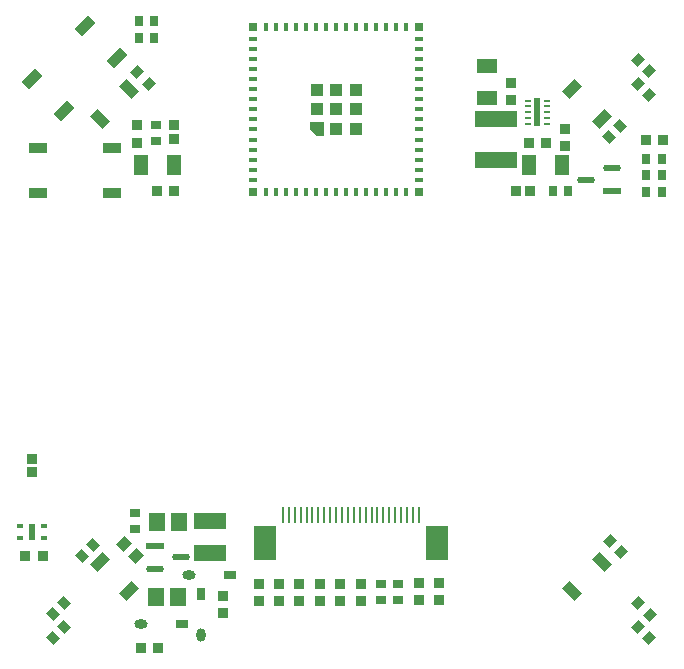
<source format=gtp>
G04*
G04 #@! TF.GenerationSoftware,Altium Limited,Altium Designer,22.2.1 (43)*
G04*
G04 Layer_Color=8421504*
%FSLAX44Y44*%
%MOMM*%
G71*
G04*
G04 #@! TF.SameCoordinates,94726236-D1AE-4565-9949-D72E77048C11*
G04*
G04*
G04 #@! TF.FilePolarity,Positive*
G04*
G01*
G75*
%ADD15R,0.5500X0.3500*%
%ADD16R,0.5500X0.3500*%
%ADD17R,0.5000X1.4000*%
%ADD18R,0.9487X0.9487*%
%ADD19R,1.1082X0.7821*%
G04:AMPARAMS|DCode=20|XSize=1.1082mm|YSize=0.7821mm|CornerRadius=0.3911mm|HoleSize=0mm|Usage=FLASHONLY|Rotation=180.000|XOffset=0mm|YOffset=0mm|HoleType=Round|Shape=RoundedRectangle|*
%AMROUNDEDRECTD20*
21,1,1.1082,0.0000,0,0,180.0*
21,1,0.3261,0.7821,0,0,180.0*
1,1,0.7821,-0.1631,0.0000*
1,1,0.7821,0.1631,0.0000*
1,1,0.7821,0.1631,0.0000*
1,1,0.7821,-0.1631,0.0000*
%
%ADD20ROUNDEDRECTD20*%
%ADD21R,0.9581X0.9121*%
%ADD22R,0.9054X0.7554*%
%ADD23R,1.4546X1.5562*%
%ADD24R,0.9487X0.9487*%
G04:AMPARAMS|DCode=25|XSize=0.9385mm|YSize=1.4385mm|CornerRadius=0mm|HoleSize=0mm|Usage=FLASHONLY|Rotation=45.000|XOffset=0mm|YOffset=0mm|HoleType=Round|Shape=Rectangle|*
%AMROTATEDRECTD25*
4,1,4,0.1768,-0.8404,-0.8404,0.1768,-0.1768,0.8404,0.8404,-0.1768,0.1768,-0.8404,0.0*
%
%ADD25ROTATEDRECTD25*%

G04:AMPARAMS|DCode=26|XSize=0.9385mm|YSize=1.4385mm|CornerRadius=0mm|HoleSize=0mm|Usage=FLASHONLY|Rotation=135.000|XOffset=0mm|YOffset=0mm|HoleType=Round|Shape=Rectangle|*
%AMROTATEDRECTD26*
4,1,4,0.8404,0.1768,-0.1768,-0.8404,-0.8404,-0.1768,0.1768,0.8404,0.8404,0.1768,0.0*
%
%ADD26ROTATEDRECTD26*%

%ADD27R,0.9121X0.9581*%
%ADD28R,1.3055X1.7582*%
%ADD29R,1.6355X0.9355*%
G04:AMPARAMS|DCode=30|XSize=0.9054mm|YSize=0.7554mm|CornerRadius=0mm|HoleSize=0mm|Usage=FLASHONLY|Rotation=225.000|XOffset=0mm|YOffset=0mm|HoleType=Round|Shape=Rectangle|*
%AMROTATEDRECTD30*
4,1,4,0.0530,0.5872,0.5872,0.0530,-0.0530,-0.5872,-0.5872,-0.0530,0.0530,0.5872,0.0*
%
%ADD30ROTATEDRECTD30*%

%ADD31R,0.7554X0.9054*%
%ADD32R,0.7590X0.7590*%
%ADD33R,1.1384X1.1384*%
%ADD34R,0.7727X0.3727*%
%ADD35R,0.3727X0.7727*%
%ADD36R,1.5052X0.5721*%
G04:AMPARAMS|DCode=37|XSize=1.5052mm|YSize=0.5721mm|CornerRadius=0.2861mm|HoleSize=0mm|Usage=FLASHONLY|Rotation=180.000|XOffset=0mm|YOffset=0mm|HoleType=Round|Shape=RoundedRectangle|*
%AMROUNDEDRECTD37*
21,1,1.5052,0.0000,0,0,180.0*
21,1,0.9331,0.5721,0,0,180.0*
1,1,0.5721,-0.4666,0.0000*
1,1,0.5721,0.4666,0.0000*
1,1,0.5721,0.4666,0.0000*
1,1,0.5721,-0.4666,0.0000*
%
%ADD37ROUNDEDRECTD37*%
G04:AMPARAMS|DCode=38|XSize=0.9054mm|YSize=0.7554mm|CornerRadius=0mm|HoleSize=0mm|Usage=FLASHONLY|Rotation=315.000|XOffset=0mm|YOffset=0mm|HoleType=Round|Shape=Rectangle|*
%AMROTATEDRECTD38*
4,1,4,-0.5872,0.0530,-0.0530,0.5872,0.5872,-0.0530,0.0530,-0.5872,-0.5872,0.0530,0.0*
%
%ADD38ROTATEDRECTD38*%

%ADD39R,1.8770X2.8770*%
%ADD40R,0.2746X1.4746*%
%ADD41R,2.7062X1.3549*%
G04:AMPARAMS|DCode=42|XSize=1.0003mm|YSize=0.8503mm|CornerRadius=0mm|HoleSize=0mm|Usage=FLASHONLY|Rotation=225.000|XOffset=0mm|YOffset=0mm|HoleType=Round|Shape=Rectangle|*
%AMROTATEDRECTD42*
4,1,4,0.0530,0.6543,0.6543,0.0530,-0.0530,-0.6543,-0.6543,-0.0530,0.0530,0.6543,0.0*
%
%ADD42ROTATEDRECTD42*%

%ADD43R,0.7821X1.1082*%
G04:AMPARAMS|DCode=44|XSize=1.1082mm|YSize=0.7821mm|CornerRadius=0.3911mm|HoleSize=0mm|Usage=FLASHONLY|Rotation=270.000|XOffset=0mm|YOffset=0mm|HoleType=Round|Shape=RoundedRectangle|*
%AMROUNDEDRECTD44*
21,1,1.1082,0.0000,0,0,270.0*
21,1,0.3261,0.7821,0,0,270.0*
1,1,0.7821,0.0000,-0.1631*
1,1,0.7821,0.0000,0.1631*
1,1,0.7821,0.0000,0.1631*
1,1,0.7821,0.0000,-0.1631*
%
%ADD44ROUNDEDRECTD44*%
G04:AMPARAMS|DCode=45|XSize=1.6355mm|YSize=0.9355mm|CornerRadius=0mm|HoleSize=0mm|Usage=FLASHONLY|Rotation=45.000|XOffset=0mm|YOffset=0mm|HoleType=Round|Shape=Rectangle|*
%AMROTATEDRECTD45*
4,1,4,-0.2475,-0.9090,-0.9090,-0.2475,0.2475,0.9090,0.9090,0.2475,-0.2475,-0.9090,0.0*
%
%ADD45ROTATEDRECTD45*%

%ADD46R,1.7582X1.3055*%
%ADD47R,0.5509X2.4409*%
%ADD48R,0.5810X0.2510*%
%ADD49R,3.5910X1.3910*%
G36*
X-23000Y185000D02*
Y173000D01*
X-29000Y173000D01*
X-35000Y179000D01*
Y185000D01*
X-23000D01*
D02*
G37*
D15*
X-280500Y-167000D02*
D03*
Y-157000D02*
D03*
X-260000D02*
D03*
D16*
X-260000Y-167000D02*
D03*
D17*
X-270249Y-162000D02*
D03*
D18*
X-270000Y-100150D02*
D03*
Y-111850D02*
D03*
X-150000Y182100D02*
D03*
Y170400D02*
D03*
D19*
X-142700Y-240500D02*
D03*
X-102700Y-199000D02*
D03*
D20*
X-177300Y-240500D02*
D03*
X-137300Y-199000D02*
D03*
D21*
X-163250Y-260250D02*
D03*
X-177790D02*
D03*
X-149730Y126000D02*
D03*
X-164270D02*
D03*
X249480Y169750D02*
D03*
X264020D02*
D03*
X-275540Y-183000D02*
D03*
X-261000D02*
D03*
X165270Y167000D02*
D03*
X150730D02*
D03*
D22*
X-182500Y-160000D02*
D03*
Y-146500D02*
D03*
X-165000Y169000D02*
D03*
Y182500D02*
D03*
X25500Y-206750D02*
D03*
Y-220250D02*
D03*
X39750Y-206500D02*
D03*
Y-220000D02*
D03*
D23*
X-145242Y-154250D02*
D03*
X-163758D02*
D03*
X-164758Y-217000D02*
D03*
X-146242D02*
D03*
D24*
X139800Y126250D02*
D03*
X151500D02*
D03*
D25*
X212374Y-187626D02*
D03*
X187626Y-212374D02*
D03*
X-212374Y187626D02*
D03*
X-187626Y212374D02*
D03*
D26*
X-212374Y-187626D02*
D03*
X-187626Y-212374D02*
D03*
X212374Y187626D02*
D03*
X187626Y212374D02*
D03*
D27*
X-181000Y182000D02*
D03*
Y167460D02*
D03*
X-108000Y-216730D02*
D03*
Y-231270D02*
D03*
X74750Y-205730D02*
D03*
Y-220270D02*
D03*
X57500Y-205730D02*
D03*
Y-220270D02*
D03*
X8250Y-206230D02*
D03*
Y-220770D02*
D03*
X-9000Y-206230D02*
D03*
Y-220770D02*
D03*
X-26250Y-206230D02*
D03*
Y-220770D02*
D03*
X-43500Y-206230D02*
D03*
Y-220770D02*
D03*
X-60750Y-206230D02*
D03*
Y-220770D02*
D03*
X-78000Y-206230D02*
D03*
Y-220770D02*
D03*
X135250Y217790D02*
D03*
Y203250D02*
D03*
X181000Y164730D02*
D03*
Y179270D02*
D03*
D28*
X-150000Y148000D02*
D03*
X-177527D02*
D03*
X178527Y148000D02*
D03*
X151000D02*
D03*
D29*
X-202250Y163000D02*
D03*
X-265250D02*
D03*
X-202250Y125000D02*
D03*
X-265250D02*
D03*
D30*
X-180773Y226773D02*
D03*
X-171227Y217227D02*
D03*
X252523Y227727D02*
D03*
X242977Y237273D02*
D03*
X252451Y207549D02*
D03*
X242905Y217095D02*
D03*
X228773Y-179273D02*
D03*
X219227Y-169727D02*
D03*
X252451Y-252451D02*
D03*
X242905Y-242905D02*
D03*
X253023Y-232273D02*
D03*
X243477Y-222727D02*
D03*
D31*
X-166250Y256000D02*
D03*
X-179750D02*
D03*
Y270000D02*
D03*
X-166250D02*
D03*
X170750Y126500D02*
D03*
X184250D02*
D03*
X250000Y153750D02*
D03*
X263500Y153750D02*
D03*
X263500Y139750D02*
D03*
X250000D02*
D03*
X263500Y125750D02*
D03*
X250000Y125750D02*
D03*
D32*
X-82500Y265500D02*
D03*
X57500D02*
D03*
X-82500Y125500D02*
D03*
X57500D02*
D03*
D33*
X-29000Y195500D02*
D03*
Y212000D02*
D03*
X-12500D02*
D03*
X4000D02*
D03*
Y195500D02*
D03*
X-12500Y179000D02*
D03*
X4000D02*
D03*
X-12500Y195500D02*
D03*
D34*
X-82500Y136000D02*
D03*
X-82500Y144500D02*
D03*
Y153000D02*
D03*
X-82500Y161500D02*
D03*
X-82500Y170000D02*
D03*
X-82500Y178500D02*
D03*
X-82500Y187000D02*
D03*
X-82500Y195500D02*
D03*
X-82500Y204000D02*
D03*
X-82500Y212500D02*
D03*
X-82500Y221000D02*
D03*
Y229500D02*
D03*
X-82500Y238000D02*
D03*
X-82500Y246500D02*
D03*
X-82500Y255000D02*
D03*
X57500Y255000D02*
D03*
X57500Y246500D02*
D03*
X57500Y238000D02*
D03*
Y229500D02*
D03*
X57500Y221000D02*
D03*
X57500Y212500D02*
D03*
Y204000D02*
D03*
Y195500D02*
D03*
X57500Y187000D02*
D03*
Y178500D02*
D03*
X57500Y170000D02*
D03*
X57500Y161500D02*
D03*
Y153000D02*
D03*
X57500Y144500D02*
D03*
X57500Y136000D02*
D03*
D35*
X-72000Y265500D02*
D03*
X-63500D02*
D03*
X-55000D02*
D03*
X-46500D02*
D03*
X-38000D02*
D03*
X-29500D02*
D03*
X-21000D02*
D03*
X-12500D02*
D03*
X-4000D02*
D03*
X4500D02*
D03*
X13000D02*
D03*
X21500D02*
D03*
X30000D02*
D03*
X38500D02*
D03*
X47000D02*
D03*
X-72000Y125500D02*
D03*
X-63500Y125500D02*
D03*
X-55000Y125500D02*
D03*
X-46500D02*
D03*
X-38000D02*
D03*
X-29500D02*
D03*
X-21000D02*
D03*
X-12500D02*
D03*
X-4000D02*
D03*
X4500D02*
D03*
X13000Y125500D02*
D03*
X21500Y125500D02*
D03*
X30000D02*
D03*
X38500D02*
D03*
X47000D02*
D03*
D36*
X221005Y126500D02*
D03*
X-165510Y-174250D02*
D03*
D37*
X221005Y145500D02*
D03*
X198995Y136000D02*
D03*
X-165510Y-193250D02*
D03*
X-143500Y-183750D02*
D03*
D38*
X218727Y172227D02*
D03*
X228273Y181773D02*
D03*
X-252451Y-252451D02*
D03*
X-242905Y-242905D02*
D03*
X-252523Y-232023D02*
D03*
X-242977Y-222477D02*
D03*
X-227773Y-183023D02*
D03*
X-218227Y-173477D02*
D03*
D39*
X72650Y-171694D02*
D03*
X-72650Y-171694D02*
D03*
D40*
X-57500Y-148194D02*
D03*
X-52500D02*
D03*
X-47500D02*
D03*
X-42500Y-148194D02*
D03*
X-37500Y-148194D02*
D03*
X-32500D02*
D03*
X-27500D02*
D03*
X-22500Y-148194D02*
D03*
X-17500Y-148194D02*
D03*
X-12500Y-148194D02*
D03*
X-7500D02*
D03*
X-2500Y-148194D02*
D03*
X2500D02*
D03*
X7500D02*
D03*
X12500D02*
D03*
X17500D02*
D03*
X22500Y-148194D02*
D03*
X27500Y-148194D02*
D03*
X32500D02*
D03*
X37500D02*
D03*
X42500D02*
D03*
X47500D02*
D03*
X52500D02*
D03*
X57500D02*
D03*
D41*
X-119500Y-152744D02*
D03*
Y-180257D02*
D03*
D42*
X-191877Y-172124D02*
D03*
X-181623Y-182376D02*
D03*
D43*
X-127000Y-214700D02*
D03*
D44*
Y-249300D02*
D03*
D45*
X-225161Y265709D02*
D03*
X-269709Y221161D02*
D03*
X-198291Y238839D02*
D03*
X-242839Y194291D02*
D03*
D46*
X115500Y232264D02*
D03*
Y204736D02*
D03*
D47*
X158000Y193000D02*
D03*
D48*
X166000Y183000D02*
D03*
Y188000D02*
D03*
Y193000D02*
D03*
Y198000D02*
D03*
Y203000D02*
D03*
X150000D02*
D03*
Y198000D02*
D03*
Y193000D02*
D03*
Y188000D02*
D03*
Y183000D02*
D03*
D49*
X123000Y153000D02*
D03*
X123000Y187000D02*
D03*
M02*

</source>
